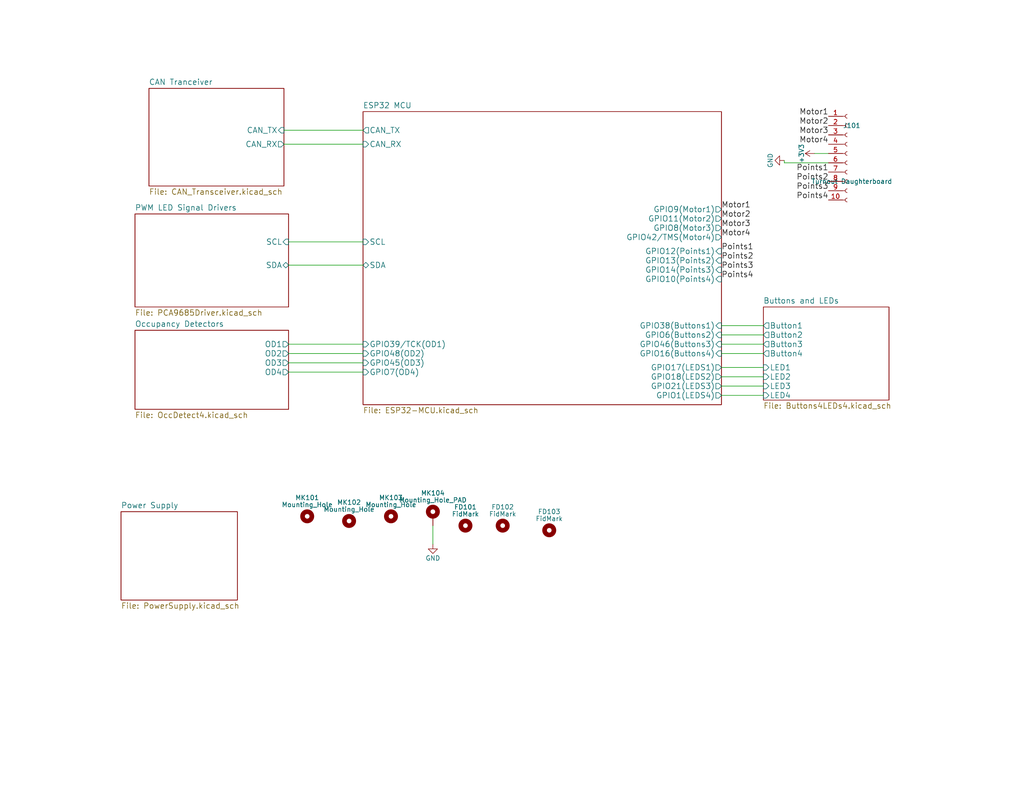
<source format=kicad_sch>
(kicad_sch (version 20211123) (generator eeschema)
  (paper "USLetter")
  (title_block (title "ESP32 S3 Multifunction Board Universal Turnout") (rev "1.0") (company "Deepwoods Software") (comment 1 "Main Sheet"))
  (lib_symbols
    (symbol "ESP32-T7S3-MultiFunctionUniversalTurnout-rescue:+3V3" (power) (pin_names (offset 0))
      (property "Value" "+3V3" (at 0 3.556 0))
      (symbol "+3V3_0_1"
        (polyline (pts (xy -0.762 1.27) (xy 0 2.54)))
        (polyline (pts (xy 0 0) (xy 0 2.54)))
        (polyline (pts (xy 0 2.54) (xy 0.762 1.27)))
      )
      (symbol "+3V3_1_1"
        (pin power_in line (at 0 0 90) (length 0) hide (name "+3V3") (number "1"))
      )
    )
    (symbol "ESP32-T7S3-MultiFunctionUniversalTurnout-rescue:Conn_01x10_Female" (pin_names (offset 1.016) hide)
      (property "Reference" "J" (at 0 12.7 0))
      (property "Value" "Conn_01x10_Female" (at 0 -15.24 0))
      (symbol "Conn_01x10_Female_1_1"
        (arc (start 0 -12.192) (mid -0.508 -12.7) (end 0 -13.208) (stroke (width 0.1524)))
        (arc (start 0 -9.652) (mid -0.508 -10.16) (end 0 -10.668) (stroke (width 0.1524)))
        (arc (start 0 -7.112) (mid -0.508 -7.62) (end 0 -8.128) (stroke (width 0.1524)))
        (arc (start 0 -4.572) (mid -0.508 -5.08) (end 0 -5.588) (stroke (width 0.1524)))
        (arc (start 0 -2.032) (mid -0.508 -2.54) (end 0 -3.048) (stroke (width 0.1524)))
        (polyline (pts (xy -1.27 -12.7) (xy -0.508 -12.7)) (stroke (width 0.1524)))
        (polyline (pts (xy -1.27 -10.16) (xy -0.508 -10.16)) (stroke (width 0.1524)))
        (polyline (pts (xy -1.27 -7.62) (xy -0.508 -7.62)) (stroke (width 0.1524)))
        (polyline (pts (xy -1.27 -5.08) (xy -0.508 -5.08)) (stroke (width 0.1524)))
        (polyline (pts (xy -1.27 -2.54) (xy -0.508 -2.54)) (stroke (width 0.1524)))
        (polyline (pts (xy -1.27 0) (xy -0.508 0)) (stroke (width 0.1524)))
        (polyline (pts (xy -1.27 2.54) (xy -0.508 2.54)) (stroke (width 0.1524)))
        (polyline (pts (xy -1.27 5.08) (xy -0.508 5.08)) (stroke (width 0.1524)))
        (polyline (pts (xy -1.27 7.62) (xy -0.508 7.62)) (stroke (width 0.1524)))
        (polyline (pts (xy -1.27 10.16) (xy -0.508 10.16)) (stroke (width 0.1524)))
        (arc (start 0 0.508) (mid -0.508 0) (end 0 -0.508) (stroke (width 0.1524)))
        (arc (start 0 3.048) (mid -0.508 2.54) (end 0 2.032) (stroke (width 0.1524)))
        (arc (start 0 5.588) (mid -0.508 5.08) (end 0 4.572) (stroke (width 0.1524)))
        (arc (start 0 8.128) (mid -0.508 7.62) (end 0 7.112) (stroke (width 0.1524)))
        (arc (start 0 10.668) (mid -0.508 10.16) (end 0 9.652) (stroke (width 0.1524)))
        (pin passive line (at -5.08 10.16 0) (length 3.81) (name "Pin_1") (number "1"))
        (pin passive line (at -5.08 -12.7 0) (length 3.81) (name "Pin_10") (number "10"))
        (pin passive line (at -5.08 7.62 0) (length 3.81) (name "Pin_2") (number "2"))
        (pin passive line (at -5.08 5.08 0) (length 3.81) (name "Pin_3") (number "3"))
        (pin passive line (at -5.08 2.54 0) (length 3.81) (name "Pin_4") (number "4"))
        (pin passive line (at -5.08 0 0) (length 3.81) (name "Pin_5") (number "5"))
        (pin passive line (at -5.08 -2.54 0) (length 3.81) (name "Pin_6") (number "6"))
        (pin passive line (at -5.08 -5.08 0) (length 3.81) (name "Pin_7") (number "7"))
        (pin passive line (at -5.08 -7.62 0) (length 3.81) (name "Pin_8") (number "8"))
        (pin passive line (at -5.08 -10.16 0) (length 3.81) (name "Pin_9") (number "9"))
      )
    )
    (symbol "ESP32-T7S3-MultiFunctionUniversalTurnout-rescue:GND" (power) (pin_names (offset 0))
      (property "Value" "GND" (at 0 -3.81 0))
      (symbol "GND_0_1"
        (polyline (pts (xy 0 0) (xy 0 -1.27) (xy 1.27 -1.27) (xy 0 -2.54) (xy -1.27 -1.27) (xy 0 -1.27)))
      )
      (symbol "GND_1_1"
        (pin power_in line (at 0 0 270) (length 0) hide (name "GND") (number "1"))
      )
    )
    (symbol "ESP32-T7S3-MultiFunctionUniversalTurnout-rescue:Mounting_Hole" (pin_names (offset 1.016))
      (property "Reference" "MK" (at 0 5.08 0))
      (property "Value" "Mounting_Hole" (at 0 3.175 0))
      (symbol "Mounting_Hole_0_1"
        (circle (center 0 0) (radius 1.27) (stroke (width 1.27)))
      )
    )
    (symbol "ESP32-T7S3-MultiFunctionUniversalTurnout-rescue:Mounting_Hole_PAD" (pin_numbers hide) (pin_names (offset 1.016) hide)
      (property "Reference" "MK" (at 0 6.35 0))
      (property "Value" "Mounting_Hole_PAD" (at 0 4.445 0))
      (symbol "Mounting_Hole_PAD_0_1"
        (circle (center 0 1.27) (radius 1.27) (stroke (width 1.27)))
      )
      (symbol "Mounting_Hole_PAD_1_1"
        (pin input line (at 0 -2.54 90) (length 2.54) (name "1") (number "1"))
      )
    )
  )
  (wire (pts (xy 222.25 41.91) (xy 226.06 41.91)))
  (wire (pts (xy 196.85 91.44) (xy 208.28 91.44)))
  (wire (pts (xy 99.06 101.6) (xy 78.74 101.6)))
  (wire (pts (xy 99.06 96.52) (xy 78.74 96.52)))
  (wire (pts (xy 213.995 44.45) (xy 213.995 43.815)))
  (wire (pts (xy 196.85 93.98) (xy 208.28 93.98)))
  (wire (pts (xy 196.85 105.41) (xy 208.28 105.41)))
  (wire (pts (xy 196.85 102.87) (xy 208.28 102.87)))
  (wire (pts (xy 99.06 66.04) (xy 78.74 66.04)))
  (wire (pts (xy 78.74 93.98) (xy 99.06 93.98)))
  (wire (pts (xy 196.85 96.52) (xy 208.28 96.52)))
  (wire (pts (xy 99.06 35.56) (xy 77.47 35.56)))
  (wire (pts (xy 196.85 88.9) (xy 208.28 88.9)))
  (wire (pts (xy 99.06 72.39) (xy 78.74 72.39)))
  (wire (pts (xy 99.06 39.37) (xy 77.47 39.37)))
  (wire (pts (xy 99.06 99.06) (xy 78.74 99.06)))
  (wire (pts (xy 196.85 100.33) (xy 208.28 100.33)))
  (wire (pts (xy 118.11 143.51) (xy 118.11 148.59)))
  (wire (pts (xy 196.85 107.95) (xy 208.28 107.95)))
  (wire (pts (xy 226.06 44.45) (xy 213.995 44.45)))
  (label "Points4" (at 226.06 54.61 180) (effects (font (size 1.524 1.524))))
  (label "Points1" (at 226.06 46.99 180) (effects (font (size 1.524 1.524))))
  (label "Points2" (at 226.06 49.53 180) (effects (font (size 1.524 1.524))))
  (label "Motor1" (at 226.06 31.75 180) (effects (font (size 1.524 1.524))))
  (label "Motor2" (at 226.06 34.29 180) (effects (font (size 1.524 1.524))))
  (label "Points4" (at 196.85 76.2 0) (effects (font (size 1.524 1.524))))
  (label "Motor3" (at 196.85 62.23 0) (effects (font (size 1.524 1.524))))
  (label "Points1" (at 196.85 68.58 0) (effects (font (size 1.524 1.524))))
  (label "Motor4" (at 226.06 39.37 180) (effects (font (size 1.524 1.524))))
  (label "Motor4" (at 196.85 64.77 0) (effects (font (size 1.524 1.524))))
  (label "Motor3" (at 226.06 36.83 180) (effects (font (size 1.524 1.524))))
  (label "Motor1" (at 196.85 57.15 0) (effects (font (size 1.524 1.524))))
  (label "Points3" (at 226.06 52.07 180) (effects (font (size 1.524 1.524))))
  (label "Points2" (at 196.85 71.12 0) (effects (font (size 1.524 1.524))))
  (label "Motor2" (at 196.85 59.69 0) (effects (font (size 1.524 1.524))))
  (label "Points3" (at 196.85 73.66 0) (effects (font (size 1.524 1.524))))
  (symbol (lib_id "ESP32-T7S3-MultiFunctionUniversalTurnout-rescue:Mounting_Hole") (at 83.82 140.97 0) (unit 1)
    (property "Reference" "MK101" (at 83.82 135.89 0))
    (property "Value" "Mounting_Hole" (at 83.82 137.795 0))
    (property "Footprint" "Mounting_Holes:MountingHole_3.7mm" (effects hide))
  )
  (symbol (lib_id "ESP32-T7S3-MultiFunctionUniversalTurnout-rescue:Mounting_Hole") (at 95.25 142.24 0) (unit 1)
    (property "Reference" "MK102" (at 95.25 137.16 0))
    (property "Value" "Mounting_Hole" (at 95.25 139.065 0))
    (property "Footprint" "Mounting_Holes:MountingHole_3.7mm" (effects hide))
  )
  (symbol (lib_id "ESP32-T7S3-MultiFunctionUniversalTurnout-rescue:Mounting_Hole") (at 106.68 140.97 0) (unit 1)
    (property "Reference" "MK103" (at 106.68 135.89 0))
    (property "Value" "Mounting_Hole" (at 106.68 137.795 0))
    (property "Footprint" "Mounting_Holes:MountingHole_3.7mm" (effects hide))
  )
  (symbol (lib_id "ESP32-T7S3-MultiFunctionUniversalTurnout-rescue:Mounting_Hole_PAD") (at 118.11 140.97 0) (unit 1)
    (property "Reference" "MK104" (at 118.11 134.62 0))
    (property "Value" "Mounting_Hole_PAD" (at 118.11 136.525 0))
    (property "Footprint" "Mounting_Holes:MountingHole_3.7mm_Pad" (effects hide))
  )
  (symbol (lib_id "ESP32-T7S3-MultiFunctionUniversalTurnout-rescue:GND") (at 118.11 148.59 0) (unit 1)
    (property "Reference" "#PWR01" (effects hide))
    (property "Value" "GND" (at 118.11 152.4 0))
  )
  (symbol (lib_id "ESP32-T7S3-MultiFunctionUniversalTurnout-rescue:Mounting_Hole") (at 127 143.51 0) (unit 1)
    (property "Reference" "FD101" (at 127 138.43 0))
    (property "Value" "FidMark" (at 127 140.335 0))
    (property "Footprint" "Fiducials:Fiducial_classic_Small_SilkscreenTop_Type1" (effects hide))
  )
  (symbol (lib_id "ESP32-T7S3-MultiFunctionUniversalTurnout-rescue:Mounting_Hole") (at 137.16 143.51 0) (unit 1)
    (property "Reference" "FD102" (at 137.16 138.43 0))
    (property "Value" "FidMark" (at 137.16 140.335 0))
    (property "Footprint" "Fiducials:Fiducial_classic_Small_SilkscreenTop_Type1" (effects hide))
  )
  (symbol (lib_id "ESP32-T7S3-MultiFunctionUniversalTurnout-rescue:Mounting_Hole") (at 149.86 144.78 0) (unit 1)
    (property "Reference" "FD103" (at 149.86 139.7 0))
    (property "Value" "FidMark" (at 149.86 141.605 0))
    (property "Footprint" "Fiducials:Fiducial_classic_Small_SilkscreenTop_Type1" (effects hide))
  )
  (symbol (lib_id "ESP32-T7S3-MultiFunctionUniversalTurnout-rescue:Conn_01x10_Female") (at 231.14 41.91 0) (unit 1)
    (property "Reference" "J101" (at 232.41 34.29 0))
    (property "Value" "Turnout Daughterboard" (at 232.41 49.53 0))
    (property "Footprint" "Socket_Strips:Socket_Strip_Straight_1x10_Pitch2.54mm" (effects hide))
  )
  (symbol (lib_id "ESP32-T7S3-MultiFunctionUniversalTurnout-rescue:+3V3") (at 222.25 41.91 90) (unit 1)
    (property "Reference" "#PWR02" (effects hide))
    (property "Value" "+3V3" (at 218.694 41.91 0))
  )
  (symbol (lib_id "ESP32-T7S3-MultiFunctionUniversalTurnout-rescue:GND") (at 213.995 43.815 270) (unit 1)
    (property "Reference" "#PWR03" (effects hide))
    (property "Value" "GND" (at 210.185 43.815 0))
  )
  (sheet (at 99.06 30.48) (size 97.79 80.01)
    (property "Sheet name" "ESP32 MCU" (at 99.06 29.6541 0) (effects (font (size 1.4986 1.4986)) (justify left bottom)))
    (property "Sheet file" "ESP32-MCU.kicad_sch" (at 99.06 111.166 0) (effects (font (size 1.4986 1.4986)) (justify left top)))
    (pin "CAN_TX" output (at 99.06 35.56 180) (effects (font (size 1.524 1.524))))
    (pin "CAN_RX" input (at 99.06 39.37 180) (effects (font (size 1.524 1.524))))
    (pin "SCL" input (at 99.06 66.04 180) (effects (font (size 1.524 1.524))))
    (pin "SDA" bidirectional (at 99.06 72.39 180) (effects (font (size 1.524 1.524))))
    (pin "GPIO21(LEDS3)" output (at 196.85 105.41 0) (effects (font (size 1.524 1.524))))
    (pin "GPIO1(LEDS4)" output (at 196.85 107.95 0) (effects (font (size 1.524 1.524))))
    (pin "GPIO17(LEDS1)" output (at 196.85 100.33 0) (effects (font (size 1.524 1.524))))
    (pin "GPIO16(Buttons4)" input (at 196.85 96.52 0) (effects (font (size 1.524 1.524))))
    (pin "GPIO38(Buttons1)" input (at 196.85 88.9 0) (effects (font (size 1.524 1.524))))
    (pin "GPIO9(Motor1)" output (at 196.85 57.15 0) (effects (font (size 1.524 1.524))))
    (pin "GPIO39{slash}TCK(OD1)" input (at 99.06 93.98 180) (effects (font (size 1.524 1.524))))
    (pin "GPIO48(OD2)" input (at 99.06 96.52 180) (effects (font (size 1.524 1.524))))
    (pin "GPIO45(OD3)" input (at 99.06 99.06 180) (effects (font (size 1.524 1.524))))
    (pin "GPIO7(OD4)" input (at 99.06 101.6 180) (effects (font (size 1.524 1.524))))
    (pin "GPIO8(Motor3)" output (at 196.85 62.23 0) (effects (font (size 1.524 1.524))))
    (pin "GPIO42{slash}TMS(Motor4)" output (at 196.85 64.77 0) (effects (font (size 1.524 1.524))))
    (pin "GPIO12(Points1)" input (at 196.85 68.58 0) (effects (font (size 1.524 1.524))))
    (pin "GPIO13(Points2)" input (at 196.85 71.12 0) (effects (font (size 1.524 1.524))))
    (pin "GPIO14(Points3)" input (at 196.85 73.66 0) (effects (font (size 1.524 1.524))))
    (pin "GPIO6(Buttons2)" input (at 196.85 91.44 0) (effects (font (size 1.524 1.524))))
    (pin "GPIO46(Buttons3)" input (at 196.85 93.98 0) (effects (font (size 1.524 1.524))))
    (pin "GPIO18(LEDS2)" output (at 196.85 102.87 0) (effects (font (size 1.524 1.524))))
    (pin "GPIO10(Points4)" input (at 196.85 76.2 0) (effects (font (size 1.524 1.524))))
    (pin "GPIO11(Motor2)" output (at 196.85 59.69 0) (effects (font (size 1.524 1.524))))
  )
  (sheet (at 33.02 139.7) (size 31.75 24.13)
    (property "Sheet name" "Power Supply" (at 33.02 138.8614 0) (effects (font (size 1.524 1.524)) (justify left bottom)))
    (property "Sheet file" "PowerSupply.kicad_sch" (at 33.02 164.5162 0) (effects (font (size 1.524 1.524)) (justify left top)))
  )
  (sheet (at 208.28 83.82) (size 34.29 25.4)
    (property "Sheet name" "Buttons and LEDs" (at 208.28 82.9814 0) (effects (font (size 1.524 1.524)) (justify left bottom)))
    (property "Sheet file" "Buttons4LEDs4.kicad_sch" (at 208.28 109.9062 0) (effects (font (size 1.524 1.524)) (justify left top)))
    (pin "LED1" input (at 208.28 100.33 180) (effects (font (size 1.524 1.524))))
    (pin "LED2" input (at 208.28 102.87 180) (effects (font (size 1.524 1.524))))
    (pin "LED3" input (at 208.28 105.41 180) (effects (font (size 1.524 1.524))))
    (pin "LED4" input (at 208.28 107.95 180) (effects (font (size 1.524 1.524))))
    (pin "Button1" output (at 208.28 88.9 180) (effects (font (size 1.524 1.524))))
    (pin "Button2" output (at 208.28 91.44 180) (effects (font (size 1.524 1.524))))
    (pin "Button3" output (at 208.28 93.98 180) (effects (font (size 1.524 1.524))))
    (pin "Button4" output (at 208.28 96.52 180) (effects (font (size 1.524 1.524))))
  )
  (sheet (at 36.83 90.17) (size 41.91 21.59)
    (property "Sheet name" "Occupancy Detectors" (at 36.83 89.3314 0) (effects (font (size 1.524 1.524)) (justify left bottom)))
    (property "Sheet file" "OccDetect4.kicad_sch" (at 36.83 112.4462 0) (effects (font (size 1.524 1.524)) (justify left top)))
    (pin "OD1" output (at 78.74 93.98 0) (effects (font (size 1.524 1.524))))
    (pin "OD2" output (at 78.74 96.52 0) (effects (font (size 1.524 1.524))))
    (pin "OD3" output (at 78.74 99.06 0) (effects (font (size 1.524 1.524))))
    (pin "OD4" output (at 78.74 101.6 0) (effects (font (size 1.524 1.524))))
  )
  (sheet (at 36.83 58.42) (size 41.91 25.4)
    (property "Sheet name" "PWM LED Signal Drivers" (at 36.83 57.5814 0) (effects (font (size 1.524 1.524)) (justify left bottom)))
    (property "Sheet file" "PCA9685Driver.kicad_sch" (at 36.83 84.5062 0) (effects (font (size 1.524 1.524)) (justify left top)))
    (pin "SCL" input (at 78.74 66.04 0) (effects (font (size 1.524 1.524))))
    (pin "SDA" bidirectional (at 78.74 72.39 0) (effects (font (size 1.524 1.524))))
  )
  (sheet (at 40.64 24.13) (size 36.83 26.67)
    (property "Sheet name" "CAN Tranceiver" (at 40.64 23.2914 0) (effects (font (size 1.524 1.524)) (justify left bottom)))
    (property "Sheet file" "CAN_Transceiver.kicad_sch" (at 40.64 51.4862 0) (effects (font (size 1.524 1.524)) (justify left top)))
    (pin "CAN_TX" input (at 77.47 35.56 0) (effects (font (size 1.524 1.524))))
    (pin "CAN_RX" output (at 77.47 39.37 0) (effects (font (size 1.524 1.524))))
  )
)
</source>
